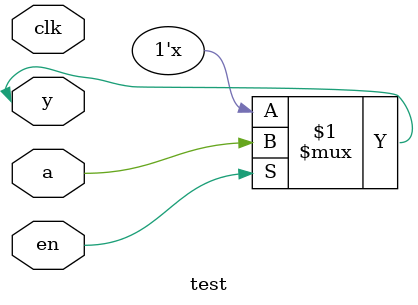
<source format=v>
module test (
  input clk,
  input a,
  input en,
  inout y
);
  assign y = en ? a : 1'bz;
endmodule

</source>
